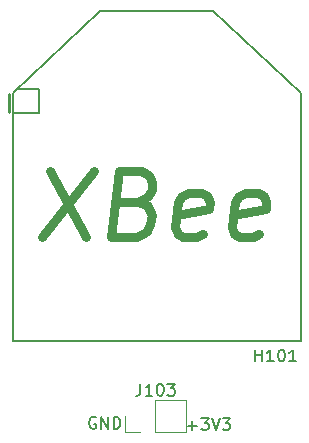
<source format=gbr>
G04 #@! TF.GenerationSoftware,KiCad,Pcbnew,(5.1.2)-2*
G04 #@! TF.CreationDate,2020-01-21T17:10:43+01:00*
G04 #@! TF.ProjectId,xbee-adapter,78626565-2d61-4646-9170-7465722e6b69,rev?*
G04 #@! TF.SameCoordinates,Original*
G04 #@! TF.FileFunction,Legend,Top*
G04 #@! TF.FilePolarity,Positive*
%FSLAX46Y46*%
G04 Gerber Fmt 4.6, Leading zero omitted, Abs format (unit mm)*
G04 Created by KiCad (PCBNEW (5.1.2)-2) date 2020-01-21 17:10:43*
%MOMM*%
%LPD*%
G04 APERTURE LIST*
%ADD10C,0.254000*%
%ADD11C,0.150000*%
%ADD12C,0.120000*%
%ADD13C,0.762000*%
G04 APERTURE END LIST*
D10*
X109603540Y-50439320D02*
X109603540Y-51986180D01*
D11*
X116956935Y-77818360D02*
X116861697Y-77770740D01*
X116718840Y-77770740D01*
X116575982Y-77818360D01*
X116480744Y-77913598D01*
X116433125Y-78008836D01*
X116385506Y-78199312D01*
X116385506Y-78342169D01*
X116433125Y-78532645D01*
X116480744Y-78627883D01*
X116575982Y-78723121D01*
X116718840Y-78770740D01*
X116814078Y-78770740D01*
X116956935Y-78723121D01*
X117004554Y-78675502D01*
X117004554Y-78342169D01*
X116814078Y-78342169D01*
X117433125Y-78770740D02*
X117433125Y-77770740D01*
X118004554Y-78770740D01*
X118004554Y-77770740D01*
X118480744Y-78770740D02*
X118480744Y-77770740D01*
X118718840Y-77770740D01*
X118861697Y-77818360D01*
X118956935Y-77913598D01*
X119004554Y-78008836D01*
X119052173Y-78199312D01*
X119052173Y-78342169D01*
X119004554Y-78532645D01*
X118956935Y-78627883D01*
X118861697Y-78723121D01*
X118718840Y-78770740D01*
X118480744Y-78770740D01*
X124760575Y-78504088D02*
X125522480Y-78504088D01*
X125141527Y-78885040D02*
X125141527Y-78123136D01*
X125903432Y-77885040D02*
X126522480Y-77885040D01*
X126189146Y-78265993D01*
X126332003Y-78265993D01*
X126427241Y-78313612D01*
X126474860Y-78361231D01*
X126522480Y-78456469D01*
X126522480Y-78694564D01*
X126474860Y-78789802D01*
X126427241Y-78837421D01*
X126332003Y-78885040D01*
X126046289Y-78885040D01*
X125951051Y-78837421D01*
X125903432Y-78789802D01*
X126808194Y-77885040D02*
X127141527Y-78885040D01*
X127474860Y-77885040D01*
X127712956Y-77885040D02*
X128332003Y-77885040D01*
X127998670Y-78265993D01*
X128141527Y-78265993D01*
X128236765Y-78313612D01*
X128284384Y-78361231D01*
X128332003Y-78456469D01*
X128332003Y-78694564D01*
X128284384Y-78789802D01*
X128236765Y-78837421D01*
X128141527Y-78885040D01*
X127855813Y-78885040D01*
X127760575Y-78837421D01*
X127712956Y-78789802D01*
D12*
X121996200Y-79028600D02*
X124596200Y-79028600D01*
X124596200Y-79028600D02*
X124596200Y-76368600D01*
X124596200Y-76368600D02*
X121996200Y-76368600D01*
X121996200Y-76368600D02*
X121996200Y-79028600D01*
X120726200Y-79028600D02*
X119396200Y-79028600D01*
X119396200Y-79028600D02*
X119396200Y-77698600D01*
D11*
X109915960Y-52057300D02*
X112176560Y-52057300D01*
X112176560Y-52057300D02*
X112176560Y-49999900D01*
X112176560Y-49999900D02*
X110322360Y-49999900D01*
X109915960Y-50380900D02*
X109915960Y-71335900D01*
X109915960Y-71335900D02*
X134299960Y-71335900D01*
X134299960Y-71335900D02*
X134299960Y-50380900D01*
X134299960Y-50380900D02*
X126870460Y-43395900D01*
X126870460Y-43395900D02*
X117345460Y-43395900D01*
X117345460Y-43395900D02*
X109915960Y-50380900D01*
X120748585Y-74976740D02*
X120748585Y-75691026D01*
X120700966Y-75833883D01*
X120605728Y-75929121D01*
X120462871Y-75976740D01*
X120367633Y-75976740D01*
X121748585Y-75976740D02*
X121177157Y-75976740D01*
X121462871Y-75976740D02*
X121462871Y-74976740D01*
X121367633Y-75119598D01*
X121272395Y-75214836D01*
X121177157Y-75262455D01*
X122367633Y-74976740D02*
X122462871Y-74976740D01*
X122558109Y-75024360D01*
X122605728Y-75071979D01*
X122653347Y-75167217D01*
X122700966Y-75357693D01*
X122700966Y-75595788D01*
X122653347Y-75786264D01*
X122605728Y-75881502D01*
X122558109Y-75929121D01*
X122462871Y-75976740D01*
X122367633Y-75976740D01*
X122272395Y-75929121D01*
X122224776Y-75881502D01*
X122177157Y-75786264D01*
X122129538Y-75595788D01*
X122129538Y-75357693D01*
X122177157Y-75167217D01*
X122224776Y-75071979D01*
X122272395Y-75024360D01*
X122367633Y-74976740D01*
X123034300Y-74976740D02*
X123653347Y-74976740D01*
X123320014Y-75357693D01*
X123462871Y-75357693D01*
X123558109Y-75405312D01*
X123605728Y-75452931D01*
X123653347Y-75548169D01*
X123653347Y-75786264D01*
X123605728Y-75881502D01*
X123558109Y-75929121D01*
X123462871Y-75976740D01*
X123177157Y-75976740D01*
X123081919Y-75929121D01*
X123034300Y-75881502D01*
X130441914Y-73070980D02*
X130441914Y-72070980D01*
X130441914Y-72547171D02*
X131013342Y-72547171D01*
X131013342Y-73070980D02*
X131013342Y-72070980D01*
X132013342Y-73070980D02*
X131441914Y-73070980D01*
X131727628Y-73070980D02*
X131727628Y-72070980D01*
X131632390Y-72213838D01*
X131537152Y-72309076D01*
X131441914Y-72356695D01*
X132632390Y-72070980D02*
X132727628Y-72070980D01*
X132822866Y-72118600D01*
X132870485Y-72166219D01*
X132918104Y-72261457D01*
X132965723Y-72451933D01*
X132965723Y-72690028D01*
X132918104Y-72880504D01*
X132870485Y-72975742D01*
X132822866Y-73023361D01*
X132727628Y-73070980D01*
X132632390Y-73070980D01*
X132537152Y-73023361D01*
X132489533Y-72975742D01*
X132441914Y-72880504D01*
X132394295Y-72690028D01*
X132394295Y-72451933D01*
X132441914Y-72261457D01*
X132489533Y-72166219D01*
X132537152Y-72118600D01*
X132632390Y-72070980D01*
X133918104Y-73070980D02*
X133346676Y-73070980D01*
X133632390Y-73070980D02*
X133632390Y-72070980D01*
X133537152Y-72213838D01*
X133441914Y-72309076D01*
X133346676Y-72356695D01*
D13*
X113112353Y-56947404D02*
X116139186Y-62535404D01*
X116837686Y-56947404D02*
X112413853Y-62535404D01*
X120496496Y-59608357D02*
X121261520Y-59874452D01*
X121494353Y-60140547D01*
X121693924Y-60672738D01*
X121594139Y-61471023D01*
X121261520Y-62003214D01*
X120962162Y-62269309D01*
X120396710Y-62535404D01*
X118267948Y-62535404D01*
X118966448Y-56947404D01*
X120829115Y-56947404D01*
X121328043Y-57213500D01*
X121560877Y-57479595D01*
X121760448Y-58011785D01*
X121693924Y-58543976D01*
X121361305Y-59076166D01*
X121061948Y-59342261D01*
X120496496Y-59608357D01*
X118633829Y-59608357D01*
X126017972Y-62269309D02*
X125452520Y-62535404D01*
X124388139Y-62535404D01*
X123889210Y-62269309D01*
X123689639Y-61737119D01*
X123955734Y-59608357D01*
X124288353Y-59076166D01*
X124853805Y-58810071D01*
X125918186Y-58810071D01*
X126417115Y-59076166D01*
X126616686Y-59608357D01*
X126550162Y-60140547D01*
X123822686Y-60672738D01*
X130807686Y-62269309D02*
X130242234Y-62535404D01*
X129177853Y-62535404D01*
X128678924Y-62269309D01*
X128479353Y-61737119D01*
X128745448Y-59608357D01*
X129078067Y-59076166D01*
X129643520Y-58810071D01*
X130707901Y-58810071D01*
X131206829Y-59076166D01*
X131406401Y-59608357D01*
X131339877Y-60140547D01*
X128612401Y-60672738D01*
M02*

</source>
